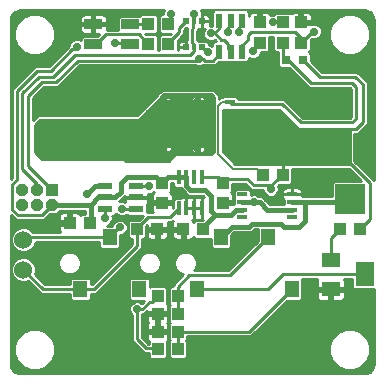
<source format=gtl>
G75*
%MOIN*%
%OFA0B0*%
%FSLAX24Y24*%
%IPPOS*%
%LPD*%
%AMOC8*
5,1,8,0,0,1.08239X$1,22.5*
%
%ADD10R,0.0394X0.0433*%
%ADD11R,0.0157X0.0480*%
%ADD12R,0.0433X0.0394*%
%ADD13R,0.0484X0.0244*%
%ADD14R,0.0244X0.0484*%
%ADD15R,0.0197X0.0197*%
%ADD16R,0.0157X0.0236*%
%ADD17R,0.0323X0.0161*%
%ADD18R,0.1429X0.1599*%
%ADD19R,0.0240X0.0232*%
%ADD20R,0.0201X0.1969*%
%ADD21R,0.0240X0.0079*%
%ADD22R,0.0241X0.0079*%
%ADD23R,0.0085X0.1598*%
%ADD24R,0.0591X0.0354*%
%ADD25R,0.0315X0.0315*%
%ADD26OC8,0.0650*%
%ADD27R,0.0472X0.0551*%
%ADD28R,0.0630X0.0512*%
%ADD29R,0.0630X0.0787*%
%ADD30R,0.0350X0.0165*%
%ADD31R,0.0984X0.0984*%
%ADD32R,0.0396X0.0396*%
%ADD33OC8,0.0396*%
%ADD34C,0.0600*%
%ADD35C,0.0100*%
%ADD36C,0.0290*%
%ADD37C,0.0070*%
%ADD38C,0.0080*%
%ADD39C,0.0450*%
%ADD40C,0.0160*%
D10*
X005565Y006150D03*
X006235Y006150D03*
X006400Y007034D03*
X006400Y007703D03*
X008431Y007703D03*
X008431Y007034D03*
X009753Y007963D03*
X010422Y007963D03*
X012315Y006150D03*
X012985Y006150D03*
X006922Y003931D03*
X006922Y003338D03*
X006922Y002744D03*
X006922Y002150D03*
X006253Y002150D03*
X006253Y002744D03*
X006253Y003338D03*
X006253Y003931D03*
X005940Y012338D03*
X005940Y012994D03*
X006610Y012994D03*
X006610Y012338D03*
D11*
X006954Y007884D03*
X007210Y007884D03*
X007465Y007884D03*
X007721Y007884D03*
X007721Y006853D03*
X007465Y006853D03*
X007210Y006853D03*
X006954Y006853D03*
D12*
X007097Y006150D03*
X007766Y006150D03*
X003985Y006369D03*
X003315Y006369D03*
X009650Y012378D03*
X009650Y013047D03*
X010431Y013047D03*
X011025Y013047D03*
X011025Y012378D03*
X010431Y012378D03*
D13*
X005541Y007587D03*
X005541Y007213D03*
X005541Y006838D03*
X004509Y006838D03*
X004509Y007213D03*
X004509Y007587D03*
D14*
X008307Y012072D03*
X008681Y012072D03*
X009055Y012072D03*
X009055Y013103D03*
X008681Y013103D03*
X008307Y013103D03*
D15*
X007738Y013083D03*
X007187Y013083D03*
X007187Y012217D03*
X007738Y012217D03*
D16*
X007463Y012217D03*
X007463Y013083D03*
D17*
X008656Y010400D03*
X008656Y009900D03*
X008656Y009400D03*
X008656Y008900D03*
D18*
X007273Y009650D03*
D19*
X007588Y008733D03*
X007588Y010567D03*
D20*
X006458Y009650D03*
D21*
X007588Y008850D03*
D22*
X007587Y010450D03*
D23*
X006561Y009650D03*
D24*
X005323Y012315D03*
X005323Y012985D03*
X004102Y012985D03*
X004102Y012315D03*
D25*
X010521Y011806D03*
X011092Y011806D03*
D26*
X012150Y010339D03*
X012150Y008961D03*
X002650Y008961D03*
X002650Y010339D03*
D27*
X004650Y005891D03*
X003666Y004159D03*
X005634Y004159D03*
X007575Y004159D03*
X008363Y005891D03*
X009937Y005891D03*
X010725Y004159D03*
D28*
X012017Y004158D03*
X012017Y005142D03*
D29*
X013158Y004650D03*
D30*
X010730Y006547D03*
X010730Y006803D03*
X010730Y007059D03*
X010730Y007315D03*
X009070Y007315D03*
X009070Y007059D03*
X009070Y006803D03*
X009070Y006547D03*
D31*
X012650Y007150D03*
D32*
X002744Y007463D03*
D33*
X002244Y007463D03*
X002244Y006963D03*
X002744Y006963D03*
X001744Y006963D03*
X001744Y007463D03*
D34*
X001775Y005806D03*
X001775Y004806D03*
D35*
X001438Y001446D02*
X013362Y001446D01*
X013399Y001483D02*
X013317Y001401D01*
X013209Y001356D01*
X013150Y001350D01*
X001650Y001350D01*
X001591Y001356D01*
X001483Y001401D01*
X001401Y001483D01*
X001356Y001591D01*
X001350Y001650D01*
X001350Y006630D01*
X001428Y006552D01*
X001521Y006459D01*
X002466Y006459D01*
X002662Y006655D01*
X002871Y006655D01*
X002989Y006773D01*
X003835Y006773D01*
X003835Y006676D01*
X003723Y006676D01*
X003671Y006624D01*
X003652Y006658D01*
X003624Y006686D01*
X003590Y006705D01*
X003552Y006716D01*
X003364Y006716D01*
X003364Y006417D01*
X003267Y006417D01*
X003267Y006320D01*
X002949Y006320D01*
X002949Y006152D01*
X002959Y006114D01*
X002979Y006080D01*
X003007Y006052D01*
X003008Y006051D01*
X002110Y006051D01*
X002007Y006154D01*
X001857Y006216D01*
X001693Y006216D01*
X001543Y006154D01*
X001427Y006038D01*
X001365Y005888D01*
X001365Y005725D01*
X001427Y005574D01*
X001543Y005459D01*
X001693Y005396D01*
X001857Y005396D01*
X002007Y005459D01*
X002123Y005574D01*
X002185Y005725D01*
X002185Y005731D01*
X004304Y005731D01*
X004304Y005570D01*
X004368Y005506D01*
X004932Y005506D01*
X004996Y005570D01*
X004996Y005958D01*
X005044Y005958D01*
X005138Y005996D01*
X005210Y006068D01*
X005249Y006162D01*
X005249Y006263D01*
X005210Y006357D01*
X005138Y006429D01*
X005044Y006467D01*
X004943Y006467D01*
X004849Y006429D01*
X004778Y006357D01*
X004744Y006277D01*
X004561Y006277D01*
X004638Y006309D01*
X004710Y006381D01*
X004749Y006474D01*
X004749Y006576D01*
X004736Y006606D01*
X004797Y006606D01*
X004861Y006671D01*
X004861Y006672D01*
X004912Y006621D01*
X005006Y006583D01*
X005107Y006583D01*
X005201Y006621D01*
X005219Y006640D01*
X005253Y006606D01*
X005755Y006606D01*
X005625Y006477D01*
X005323Y006477D01*
X005259Y006412D01*
X005259Y005888D01*
X005323Y005823D01*
X005405Y005823D01*
X005405Y005663D01*
X004061Y004319D01*
X004012Y004319D01*
X004012Y004480D01*
X003948Y004544D01*
X003384Y004544D01*
X003320Y004480D01*
X003320Y004319D01*
X002489Y004319D01*
X002155Y004652D01*
X002185Y004725D01*
X002185Y004888D01*
X002123Y005038D01*
X002007Y005154D01*
X001857Y005216D01*
X001693Y005216D01*
X001543Y005154D01*
X001427Y005038D01*
X001365Y004888D01*
X001365Y004725D01*
X001427Y004574D01*
X001543Y004459D01*
X001693Y004396D01*
X001857Y004396D01*
X001929Y004426D01*
X002356Y003999D01*
X003320Y003999D01*
X003320Y003838D01*
X003384Y003773D01*
X003948Y003773D01*
X004012Y003838D01*
X004012Y003999D01*
X004194Y003999D01*
X005632Y005437D01*
X005725Y005530D01*
X005725Y005823D01*
X005808Y005823D01*
X005872Y005888D01*
X005872Y006271D01*
X005888Y006287D01*
X005888Y006198D01*
X006186Y006198D01*
X006186Y006102D01*
X005888Y006102D01*
X005888Y005914D01*
X005898Y005876D01*
X005918Y005841D01*
X005946Y005813D01*
X005980Y005794D01*
X006018Y005783D01*
X006186Y005783D01*
X006186Y006102D01*
X006283Y006102D01*
X006283Y006198D01*
X006581Y006198D01*
X006581Y006386D01*
X006579Y006396D01*
X006723Y006396D01*
X006752Y006425D01*
X006740Y006405D01*
X006730Y006367D01*
X006730Y006198D01*
X007048Y006198D01*
X007048Y006102D01*
X006730Y006102D01*
X006730Y005933D01*
X006740Y005895D01*
X006760Y005861D01*
X006788Y005833D01*
X006822Y005813D01*
X006860Y005803D01*
X007048Y005803D01*
X007048Y006102D01*
X007145Y006102D01*
X007145Y005803D01*
X007333Y005803D01*
X007371Y005813D01*
X007405Y005833D01*
X007433Y005861D01*
X007452Y005894D01*
X007504Y005843D01*
X008016Y005843D01*
X008016Y005570D01*
X008081Y005506D01*
X008644Y005506D01*
X008709Y005570D01*
X008709Y005969D01*
X008794Y006054D01*
X009385Y006054D01*
X009479Y006148D01*
X009591Y006148D01*
X009591Y005771D01*
X008599Y004779D01*
X007469Y004779D01*
X007501Y004811D01*
X007559Y004950D01*
X007559Y005100D01*
X007501Y005239D01*
X007395Y005345D01*
X007257Y005402D01*
X007106Y005402D01*
X006968Y005345D01*
X006862Y005239D01*
X006804Y005100D01*
X006804Y004950D01*
X006862Y004811D01*
X006968Y004705D01*
X007106Y004648D01*
X007109Y004648D01*
X006762Y004301D01*
X006762Y004258D01*
X006680Y004258D01*
X006615Y004193D01*
X006615Y003669D01*
X006650Y003634D01*
X006615Y003600D01*
X006615Y003075D01*
X006650Y003041D01*
X006615Y003006D01*
X006615Y002482D01*
X006650Y002447D01*
X006615Y002412D01*
X006615Y001888D01*
X006680Y001823D01*
X007165Y001823D01*
X007229Y001888D01*
X007229Y002412D01*
X007194Y002447D01*
X007229Y002482D01*
X007229Y002584D01*
X009376Y002584D01*
X010565Y003773D01*
X011007Y003773D01*
X011071Y003838D01*
X011071Y004480D01*
X011061Y004490D01*
X011572Y004490D01*
X011562Y004472D01*
X011552Y004434D01*
X011552Y004208D01*
X011967Y004208D01*
X011967Y004108D01*
X012067Y004108D01*
X012067Y004208D01*
X012482Y004208D01*
X012482Y004434D01*
X012471Y004472D01*
X012461Y004490D01*
X012733Y004490D01*
X012733Y004211D01*
X012798Y004146D01*
X013450Y004146D01*
X013450Y001650D01*
X013444Y001591D01*
X013399Y001483D01*
X013425Y001544D02*
X012996Y001544D01*
X013042Y001563D02*
X012788Y001458D01*
X012512Y001458D01*
X012258Y001563D01*
X012063Y001758D01*
X011958Y002012D01*
X011958Y002288D01*
X012063Y002542D01*
X012258Y002737D01*
X012512Y002842D01*
X012788Y002842D01*
X013042Y002737D01*
X013237Y002542D01*
X013342Y002288D01*
X013342Y002012D01*
X013237Y001758D01*
X013042Y001563D01*
X013121Y001643D02*
X013449Y001643D01*
X013450Y001741D02*
X013220Y001741D01*
X013271Y001840D02*
X013450Y001840D01*
X013450Y001938D02*
X013311Y001938D01*
X013342Y002037D02*
X013450Y002037D01*
X013450Y002135D02*
X013342Y002135D01*
X013342Y002234D02*
X013450Y002234D01*
X013450Y002332D02*
X013324Y002332D01*
X013283Y002431D02*
X013450Y002431D01*
X013450Y002529D02*
X013242Y002529D01*
X013151Y002628D02*
X013450Y002628D01*
X013450Y002726D02*
X013053Y002726D01*
X012830Y002825D02*
X013450Y002825D01*
X013450Y002923D02*
X009715Y002923D01*
X009617Y002825D02*
X012470Y002825D01*
X012247Y002726D02*
X009518Y002726D01*
X009420Y002628D02*
X012149Y002628D01*
X012058Y002529D02*
X007229Y002529D01*
X007211Y002431D02*
X012017Y002431D01*
X011976Y002332D02*
X007229Y002332D01*
X007229Y002234D02*
X011958Y002234D01*
X011958Y002135D02*
X007229Y002135D01*
X007229Y002037D02*
X011958Y002037D01*
X011989Y001938D02*
X007229Y001938D01*
X007181Y001840D02*
X012029Y001840D01*
X012080Y001741D02*
X002720Y001741D01*
X002737Y001758D02*
X002842Y002012D01*
X002842Y002288D01*
X002737Y002542D01*
X002542Y002737D01*
X002288Y002842D01*
X002012Y002842D01*
X001758Y002737D01*
X001563Y002542D01*
X001458Y002288D01*
X001458Y002012D01*
X001563Y001758D01*
X001758Y001563D01*
X002012Y001458D01*
X002288Y001458D01*
X002542Y001563D01*
X002737Y001758D01*
X002771Y001840D02*
X005994Y001840D01*
X006010Y001823D02*
X006495Y001823D01*
X006560Y001888D01*
X006560Y002412D01*
X006553Y002419D01*
X006570Y002435D01*
X006589Y002469D01*
X006600Y002507D01*
X006600Y002695D01*
X006301Y002695D01*
X006301Y002792D01*
X006204Y002792D01*
X006204Y002695D01*
X005906Y002695D01*
X005906Y002507D01*
X005916Y002469D01*
X005936Y002435D01*
X005952Y002419D01*
X005946Y002412D01*
X005946Y002341D01*
X005935Y002341D01*
X005716Y002560D01*
X005716Y003293D01*
X005757Y003334D01*
X005810Y003334D01*
X005904Y003427D01*
X005906Y003430D01*
X005906Y003386D01*
X006204Y003386D01*
X006204Y003289D01*
X005906Y003289D01*
X005906Y003101D01*
X005916Y003063D01*
X005929Y003041D01*
X005916Y003018D01*
X005906Y002980D01*
X005906Y002792D01*
X006204Y002792D01*
X006204Y003110D01*
X006204Y003289D01*
X006301Y003289D01*
X006301Y002792D01*
X006600Y002792D01*
X006600Y002980D01*
X006589Y003018D01*
X006577Y003041D01*
X006589Y003063D01*
X006600Y003101D01*
X006600Y003289D01*
X006301Y003289D01*
X006301Y003386D01*
X006600Y003386D01*
X006600Y003574D01*
X006589Y003612D01*
X006570Y003646D01*
X006553Y003663D01*
X006560Y003669D01*
X006560Y004193D01*
X006495Y004258D01*
X006010Y004258D01*
X005980Y004228D01*
X005980Y004480D01*
X005916Y004544D01*
X005352Y004544D01*
X005288Y004480D01*
X005288Y003838D01*
X005352Y003773D01*
X005797Y003773D01*
X005717Y003693D01*
X005701Y003710D01*
X005607Y003749D01*
X005506Y003749D01*
X005412Y003710D01*
X005340Y003638D01*
X005301Y003544D01*
X005301Y003443D01*
X005340Y003349D01*
X005396Y003293D01*
X005396Y002427D01*
X005490Y002334D01*
X005802Y002021D01*
X005946Y002021D01*
X005946Y001888D01*
X006010Y001823D01*
X005946Y001938D02*
X002811Y001938D01*
X002842Y002037D02*
X005787Y002037D01*
X005689Y002135D02*
X002842Y002135D01*
X002842Y002234D02*
X005590Y002234D01*
X005492Y002332D02*
X002824Y002332D01*
X002783Y002431D02*
X005396Y002431D01*
X005396Y002529D02*
X002742Y002529D01*
X002651Y002628D02*
X005396Y002628D01*
X005396Y002726D02*
X002553Y002726D01*
X002330Y002825D02*
X005396Y002825D01*
X005396Y002923D02*
X001350Y002923D01*
X001350Y002825D02*
X001970Y002825D01*
X001747Y002726D02*
X001350Y002726D01*
X001350Y002628D02*
X001649Y002628D01*
X001558Y002529D02*
X001350Y002529D01*
X001350Y002431D02*
X001517Y002431D01*
X001476Y002332D02*
X001350Y002332D01*
X001350Y002234D02*
X001458Y002234D01*
X001458Y002135D02*
X001350Y002135D01*
X001350Y002037D02*
X001458Y002037D01*
X001489Y001938D02*
X001350Y001938D01*
X001350Y001840D02*
X001529Y001840D01*
X001580Y001741D02*
X001350Y001741D01*
X001351Y001643D02*
X001679Y001643D01*
X001804Y001544D02*
X001375Y001544D01*
X002496Y001544D02*
X012304Y001544D01*
X012179Y001643D02*
X002621Y001643D01*
X001350Y003022D02*
X005396Y003022D01*
X005396Y003120D02*
X001350Y003120D01*
X001350Y003219D02*
X005396Y003219D01*
X005372Y003317D02*
X001350Y003317D01*
X001350Y003416D02*
X005313Y003416D01*
X005301Y003514D02*
X001350Y003514D01*
X001350Y003613D02*
X005329Y003613D01*
X005414Y003711D02*
X001350Y003711D01*
X001350Y003810D02*
X003348Y003810D01*
X003320Y003908D02*
X001350Y003908D01*
X001350Y004007D02*
X002348Y004007D01*
X002250Y004105D02*
X001350Y004105D01*
X001350Y004204D02*
X002151Y004204D01*
X002053Y004302D02*
X001350Y004302D01*
X001350Y004401D02*
X001683Y004401D01*
X001867Y004401D02*
X001954Y004401D01*
X002210Y004598D02*
X004340Y004598D01*
X004438Y004696D02*
X003503Y004696D01*
X003525Y004705D02*
X003631Y004811D01*
X003689Y004950D01*
X003689Y005100D01*
X003631Y005239D01*
X003525Y005345D01*
X003386Y005402D01*
X003236Y005402D01*
X003098Y005345D01*
X002992Y005239D01*
X002934Y005100D01*
X002934Y004950D01*
X002992Y004811D01*
X003098Y004705D01*
X003236Y004648D01*
X003386Y004648D01*
X003525Y004705D01*
X003614Y004795D02*
X004537Y004795D01*
X004635Y004893D02*
X003665Y004893D01*
X003689Y004992D02*
X004734Y004992D01*
X004832Y005090D02*
X003689Y005090D01*
X003652Y005189D02*
X004931Y005189D01*
X005029Y005287D02*
X003583Y005287D01*
X003427Y005386D02*
X005128Y005386D01*
X005226Y005484D02*
X002033Y005484D01*
X002126Y005583D02*
X004304Y005583D01*
X004304Y005681D02*
X002167Y005681D01*
X001860Y005891D02*
X001775Y005806D01*
X001860Y005891D02*
X004650Y005891D01*
X004971Y006213D01*
X004994Y006213D01*
X004791Y006371D02*
X004700Y006371D01*
X004747Y006469D02*
X005315Y006469D01*
X005259Y006371D02*
X005196Y006371D01*
X005245Y006272D02*
X005259Y006272D01*
X005249Y006174D02*
X005259Y006174D01*
X005259Y006075D02*
X005213Y006075D01*
X005259Y005977D02*
X005090Y005977D01*
X004996Y005878D02*
X005268Y005878D01*
X005405Y005780D02*
X004996Y005780D01*
X004996Y005681D02*
X005405Y005681D01*
X005325Y005583D02*
X004996Y005583D01*
X005384Y005189D02*
X005648Y005189D01*
X005669Y005239D02*
X005611Y005100D01*
X005611Y004950D01*
X005669Y004811D01*
X005775Y004705D01*
X005914Y004648D01*
X006064Y004648D01*
X006202Y004705D01*
X006308Y004811D01*
X006366Y004950D01*
X006366Y005100D01*
X006308Y005239D01*
X006202Y005345D01*
X006064Y005402D01*
X005914Y005402D01*
X005775Y005345D01*
X005669Y005239D01*
X005717Y005287D02*
X005482Y005287D01*
X005581Y005386D02*
X005873Y005386D01*
X005679Y005484D02*
X009304Y005484D01*
X009205Y005386D02*
X007297Y005386D01*
X007453Y005287D02*
X009107Y005287D01*
X009008Y005189D02*
X007522Y005189D01*
X007559Y005090D02*
X008910Y005090D01*
X008811Y004992D02*
X007559Y004992D01*
X007535Y004893D02*
X008713Y004893D01*
X008614Y004795D02*
X007484Y004795D01*
X007306Y004619D02*
X008665Y004619D01*
X009937Y005891D01*
X009591Y005878D02*
X008709Y005878D01*
X008709Y005780D02*
X009591Y005780D01*
X009501Y005681D02*
X008709Y005681D01*
X008709Y005583D02*
X009402Y005583D01*
X009591Y005977D02*
X008717Y005977D01*
X008016Y005780D02*
X005725Y005780D01*
X005725Y005681D02*
X008016Y005681D01*
X008016Y005583D02*
X005725Y005583D01*
X005565Y005597D02*
X005565Y006150D01*
X005565Y006190D01*
X005931Y006556D01*
X006657Y006556D01*
X006954Y006853D01*
X006765Y006891D02*
X006747Y006872D01*
X006747Y006986D01*
X006448Y006986D01*
X006448Y007083D01*
X006747Y007083D01*
X006747Y007270D01*
X006737Y007309D01*
X006717Y007343D01*
X006689Y007371D01*
X006656Y007390D01*
X006707Y007441D01*
X006707Y007694D01*
X006765Y007694D01*
X006765Y007599D01*
X006829Y007534D01*
X007020Y007534D01*
X007020Y007512D01*
X007148Y007384D01*
X007259Y007273D01*
X007759Y007273D01*
X007788Y007243D01*
X007721Y007243D01*
X007623Y007243D01*
X007593Y007235D01*
X007564Y007243D01*
X007465Y007243D01*
X007367Y007243D01*
X007338Y007235D01*
X007308Y007243D01*
X007210Y007243D01*
X007210Y006853D01*
X007438Y006853D01*
X007465Y006853D01*
X007210Y006853D01*
X007210Y006853D01*
X007210Y006853D01*
X007210Y007243D01*
X007111Y007243D01*
X007073Y007233D01*
X007039Y007213D01*
X007029Y007203D01*
X006829Y007203D01*
X006765Y007139D01*
X006765Y006891D01*
X006765Y006962D02*
X006747Y006962D01*
X006765Y007060D02*
X006448Y007060D01*
X006352Y007060D02*
X005930Y007060D01*
X005933Y007071D02*
X005933Y007201D01*
X005552Y007201D01*
X005552Y007224D01*
X005933Y007224D01*
X005933Y007333D01*
X006013Y007333D01*
X006107Y007371D01*
X006135Y007399D01*
X006144Y007390D01*
X006111Y007371D01*
X006083Y007343D01*
X006063Y007309D01*
X006053Y007270D01*
X006053Y007083D01*
X006352Y007083D01*
X006352Y006986D01*
X006053Y006986D01*
X006053Y006798D01*
X006063Y006760D01*
X006083Y006725D01*
X006092Y006716D01*
X005893Y006716D01*
X005893Y006988D01*
X005903Y006998D01*
X005923Y007033D01*
X005933Y007071D01*
X005933Y007159D02*
X006053Y007159D01*
X006053Y007257D02*
X005933Y007257D01*
X006069Y007356D02*
X006096Y007356D01*
X005963Y007588D02*
X005542Y007588D01*
X005541Y007587D01*
X005530Y007224D02*
X005149Y007224D01*
X005149Y007255D01*
X005104Y007210D01*
X004973Y007079D01*
X005006Y007092D01*
X005107Y007092D01*
X005149Y007075D01*
X005149Y007201D01*
X005530Y007201D01*
X005530Y007224D01*
X005540Y006838D02*
X005541Y006838D01*
X005540Y006838D02*
X005056Y006838D01*
X004867Y006666D02*
X004857Y006666D01*
X004749Y006568D02*
X005716Y006568D01*
X005893Y006765D02*
X006062Y006765D01*
X006053Y006863D02*
X005893Y006863D01*
X005893Y006962D02*
X006053Y006962D01*
X005888Y006272D02*
X005873Y006272D01*
X005872Y006174D02*
X006186Y006174D01*
X006283Y006174D02*
X007048Y006174D01*
X007048Y006075D02*
X007145Y006075D01*
X007145Y005977D02*
X007048Y005977D01*
X007048Y005878D02*
X007145Y005878D01*
X007443Y005878D02*
X007469Y005878D01*
X007452Y006406D02*
X007433Y006439D01*
X007409Y006463D01*
X007465Y006463D01*
X007465Y006853D01*
X007465Y006853D01*
X007465Y007243D01*
X007465Y006853D01*
X007465Y006853D01*
X007465Y006853D01*
X007465Y006463D01*
X007564Y006463D01*
X007593Y006471D01*
X007623Y006463D01*
X007721Y006463D01*
X007721Y006853D01*
X007465Y006853D01*
X007694Y006853D01*
X007721Y006853D01*
X007721Y006853D01*
X007721Y007243D01*
X007721Y006853D01*
X007721Y006853D01*
X007721Y006853D01*
X007721Y006463D01*
X007748Y006463D01*
X007742Y006457D01*
X007504Y006457D01*
X007452Y006406D01*
X007465Y006469D02*
X007465Y006469D01*
X007465Y006568D02*
X007465Y006568D01*
X007465Y006666D02*
X007465Y006666D01*
X007465Y006765D02*
X007465Y006765D01*
X007465Y006853D02*
X007465Y006853D01*
X007465Y006863D02*
X007465Y006863D01*
X007465Y006962D02*
X007465Y006962D01*
X007465Y007060D02*
X007465Y007060D01*
X007465Y007159D02*
X007465Y007159D01*
X007210Y007159D02*
X007210Y007159D01*
X007210Y007060D02*
X007210Y007060D01*
X007210Y006962D02*
X007210Y006962D01*
X007210Y006863D02*
X007210Y006863D01*
X007176Y007356D02*
X006704Y007356D01*
X006707Y007454D02*
X007077Y007454D01*
X006811Y007553D02*
X006707Y007553D01*
X006707Y007651D02*
X006765Y007651D01*
X006747Y007257D02*
X007774Y007257D01*
X007721Y007159D02*
X007721Y007159D01*
X007721Y007060D02*
X007721Y007060D01*
X007721Y006962D02*
X007721Y006962D01*
X007721Y006863D02*
X007721Y006863D01*
X007721Y006765D02*
X007721Y006765D01*
X007721Y006666D02*
X007721Y006666D01*
X007721Y006568D02*
X007721Y006568D01*
X007721Y006469D02*
X007721Y006469D01*
X007600Y006469D02*
X007587Y006469D01*
X006731Y006371D02*
X006581Y006371D01*
X006581Y006272D02*
X006730Y006272D01*
X006730Y006075D02*
X006581Y006075D01*
X006581Y006102D02*
X006283Y006102D01*
X006283Y005783D01*
X006451Y005783D01*
X006489Y005794D01*
X006524Y005813D01*
X006552Y005841D01*
X006571Y005876D01*
X006581Y005914D01*
X006581Y006102D01*
X006581Y005977D02*
X006730Y005977D01*
X006750Y005878D02*
X006572Y005878D01*
X006283Y005878D02*
X006186Y005878D01*
X006186Y005977D02*
X006283Y005977D01*
X006283Y006075D02*
X006186Y006075D01*
X005888Y006075D02*
X005872Y006075D01*
X005872Y005977D02*
X005888Y005977D01*
X005897Y005878D02*
X005862Y005878D01*
X005565Y005597D02*
X004128Y004159D01*
X003666Y004159D01*
X002422Y004159D01*
X001775Y004806D01*
X001365Y004795D02*
X001350Y004795D01*
X001350Y004893D02*
X001367Y004893D01*
X001350Y004992D02*
X001408Y004992D01*
X001350Y005090D02*
X001479Y005090D01*
X001350Y005189D02*
X001626Y005189D01*
X001350Y005287D02*
X003040Y005287D01*
X002971Y005189D02*
X001924Y005189D01*
X002071Y005090D02*
X002934Y005090D01*
X002934Y004992D02*
X002142Y004992D01*
X002183Y004893D02*
X002958Y004893D01*
X003009Y004795D02*
X002185Y004795D01*
X002173Y004696D02*
X003120Y004696D01*
X003339Y004499D02*
X002309Y004499D01*
X002407Y004401D02*
X003320Y004401D01*
X003993Y004499D02*
X004241Y004499D01*
X004143Y004401D02*
X004012Y004401D01*
X004300Y004105D02*
X005288Y004105D01*
X005288Y004007D02*
X004202Y004007D01*
X004012Y003908D02*
X005288Y003908D01*
X005316Y003810D02*
X003984Y003810D01*
X004399Y004204D02*
X005288Y004204D01*
X005288Y004302D02*
X004497Y004302D01*
X004596Y004401D02*
X005288Y004401D01*
X005307Y004499D02*
X004694Y004499D01*
X004793Y004598D02*
X007059Y004598D01*
X006990Y004696D02*
X006180Y004696D01*
X006291Y004795D02*
X006879Y004795D01*
X006828Y004893D02*
X006342Y004893D01*
X006366Y004992D02*
X006804Y004992D01*
X006804Y005090D02*
X006366Y005090D01*
X006329Y005189D02*
X006841Y005189D01*
X006910Y005287D02*
X006260Y005287D01*
X006104Y005386D02*
X007066Y005386D01*
X007306Y004619D02*
X006922Y004235D01*
X006922Y003931D01*
X006922Y003338D01*
X006615Y003317D02*
X006301Y003317D01*
X006204Y003317D02*
X005740Y003317D01*
X005716Y003219D02*
X005906Y003219D01*
X005906Y003120D02*
X005716Y003120D01*
X005716Y003022D02*
X005918Y003022D01*
X005906Y002923D02*
X005716Y002923D01*
X005716Y002825D02*
X005906Y002825D01*
X005716Y002726D02*
X006204Y002726D01*
X006301Y002726D02*
X006615Y002726D01*
X006615Y002628D02*
X006600Y002628D01*
X006600Y002529D02*
X006615Y002529D01*
X006634Y002431D02*
X006565Y002431D01*
X006560Y002332D02*
X006615Y002332D01*
X006615Y002234D02*
X006560Y002234D01*
X006560Y002135D02*
X006615Y002135D01*
X006615Y002037D02*
X006560Y002037D01*
X006560Y001938D02*
X006615Y001938D01*
X006664Y001840D02*
X006511Y001840D01*
X006253Y002150D02*
X006222Y002181D01*
X005869Y002181D01*
X005556Y002494D01*
X005556Y003494D01*
X005744Y003494D01*
X005994Y003744D01*
X006065Y003744D01*
X006253Y003931D01*
X006560Y003908D02*
X006615Y003908D01*
X006615Y003810D02*
X006560Y003810D01*
X006560Y003711D02*
X006615Y003711D01*
X006628Y003613D02*
X006589Y003613D01*
X006600Y003514D02*
X006615Y003514D01*
X006615Y003416D02*
X006600Y003416D01*
X006600Y003219D02*
X006615Y003219D01*
X006615Y003120D02*
X006600Y003120D01*
X006588Y003022D02*
X006631Y003022D01*
X006615Y002923D02*
X006600Y002923D01*
X006600Y002825D02*
X006615Y002825D01*
X006301Y002825D02*
X006204Y002825D01*
X006204Y002923D02*
X006301Y002923D01*
X006301Y003022D02*
X006204Y003022D01*
X006204Y003120D02*
X006301Y003120D01*
X006301Y003219D02*
X006204Y003219D01*
X005906Y003416D02*
X005892Y003416D01*
X005735Y003711D02*
X005698Y003711D01*
X005980Y004302D02*
X006763Y004302D01*
X006862Y004401D02*
X005980Y004401D01*
X005961Y004499D02*
X006960Y004499D01*
X006625Y004204D02*
X006550Y004204D01*
X006560Y004105D02*
X006615Y004105D01*
X006615Y004007D02*
X006560Y004007D01*
X005797Y004696D02*
X004891Y004696D01*
X004990Y004795D02*
X005686Y004795D01*
X005635Y004893D02*
X005088Y004893D01*
X005187Y004992D02*
X005611Y004992D01*
X005611Y005090D02*
X005285Y005090D01*
X004494Y006525D02*
X004494Y006823D01*
X004509Y006838D01*
X005052Y007159D02*
X005149Y007159D01*
X005181Y008431D02*
X005119Y008494D01*
X002400Y008494D01*
X002150Y008744D01*
X002150Y009619D01*
X002338Y009806D01*
X005619Y009806D01*
X006463Y010650D01*
X008025Y010650D01*
X008119Y010556D01*
X008119Y008744D01*
X008025Y008650D01*
X006838Y008650D01*
X006619Y008431D01*
X005181Y008431D01*
X005173Y008439D02*
X006627Y008439D01*
X006725Y008538D02*
X002356Y008538D01*
X002258Y008636D02*
X006824Y008636D01*
X006714Y008805D02*
X006714Y010495D01*
X006649Y010559D01*
X006473Y010559D01*
X006409Y010495D01*
X006409Y008805D01*
X006473Y008741D01*
X006649Y008741D01*
X006714Y008805D01*
X006714Y008833D02*
X007357Y008833D01*
X007357Y008765D02*
X007357Y008935D01*
X007422Y009000D01*
X007753Y009000D01*
X007818Y008935D01*
X007818Y008765D01*
X007753Y008701D01*
X007422Y008701D01*
X007357Y008765D01*
X007388Y008735D02*
X002159Y008735D01*
X002150Y008833D02*
X006409Y008833D01*
X006409Y008932D02*
X002150Y008932D01*
X002150Y009030D02*
X006409Y009030D01*
X006409Y009129D02*
X002150Y009129D01*
X002150Y009227D02*
X006409Y009227D01*
X006409Y009326D02*
X002150Y009326D01*
X002150Y009424D02*
X006409Y009424D01*
X006409Y009523D02*
X002150Y009523D01*
X002152Y009621D02*
X006409Y009621D01*
X006409Y009720D02*
X002251Y009720D01*
X002150Y009845D02*
X002178Y009873D01*
X002091Y009786D01*
X002091Y010521D01*
X002466Y010896D01*
X002935Y010896D01*
X003654Y011615D01*
X007490Y011615D01*
X007568Y011583D01*
X007669Y011583D01*
X007763Y011621D01*
X007764Y011622D01*
X007771Y011615D01*
X008154Y011615D01*
X008247Y011709D01*
X008258Y011720D01*
X008475Y011720D01*
X008494Y011739D01*
X008514Y011720D01*
X008849Y011720D01*
X008868Y011739D01*
X008888Y011720D01*
X009223Y011720D01*
X009287Y011784D01*
X009287Y011871D01*
X009381Y011833D01*
X009482Y011833D01*
X009576Y011871D01*
X009647Y011943D01*
X009686Y012037D01*
X009686Y012071D01*
X009912Y012071D01*
X009977Y012135D01*
X009977Y012553D01*
X010105Y012553D01*
X010105Y012135D01*
X010169Y012071D01*
X010271Y012071D01*
X010271Y012027D01*
X010253Y012009D01*
X010253Y011603D01*
X010318Y011539D01*
X010629Y011539D01*
X011209Y010959D01*
X011302Y010865D01*
X012677Y010865D01*
X012709Y010834D01*
X012709Y009904D01*
X012677Y009872D01*
X011178Y009872D01*
X010494Y010556D01*
X008898Y010556D01*
X008863Y010591D01*
X008449Y010591D01*
X008409Y010550D01*
X008338Y010550D01*
X008279Y010491D01*
X008279Y010623D01*
X008185Y010716D01*
X008091Y010810D01*
X006396Y010810D01*
X006330Y010744D01*
X006312Y010744D01*
X006247Y010680D01*
X006247Y010661D01*
X005552Y009966D01*
X002949Y009966D01*
X003125Y010142D01*
X003125Y010289D01*
X002700Y010289D01*
X002700Y010389D01*
X002600Y010389D01*
X002600Y010814D01*
X002453Y010814D01*
X002175Y010536D01*
X002175Y010389D01*
X002600Y010389D01*
X002600Y010289D01*
X002175Y010289D01*
X002175Y010142D01*
X002351Y009966D01*
X002271Y009966D01*
X002178Y009873D01*
X002271Y009966D01*
X005466Y009966D01*
X006369Y010869D01*
X008181Y010869D01*
X008459Y010591D01*
X008863Y010591D01*
X008928Y010526D01*
X008928Y010497D01*
X010466Y010497D01*
X011091Y009872D01*
X011945Y009872D01*
X011675Y010142D01*
X011675Y010289D01*
X012100Y010289D01*
X012100Y010389D01*
X012100Y010814D01*
X011953Y010814D01*
X011675Y010536D01*
X011675Y010389D01*
X012100Y010389D01*
X012200Y010389D01*
X012200Y010814D01*
X012347Y010814D01*
X012625Y010536D01*
X012625Y010389D01*
X012200Y010389D01*
X012200Y010289D01*
X012625Y010289D01*
X012625Y010142D01*
X012355Y009872D01*
X012677Y009872D01*
X012709Y009904D01*
X012709Y009925D01*
X012650Y010806D01*
X011400Y010806D01*
X011341Y010865D01*
X011302Y010865D01*
X011209Y010959D01*
X010629Y011539D01*
X010318Y011539D01*
X010269Y011588D01*
X007682Y011588D01*
X007669Y011583D01*
X007568Y011583D01*
X007556Y011588D01*
X003626Y011588D01*
X003029Y010990D01*
X002935Y010896D01*
X002466Y010896D01*
X002150Y010580D01*
X002150Y009845D01*
X002123Y009818D02*
X002091Y009818D01*
X002091Y009917D02*
X002221Y009917D01*
X002150Y009917D01*
X002150Y010015D02*
X005515Y010015D01*
X005601Y010015D02*
X002998Y010015D01*
X003096Y010114D02*
X005700Y010114D01*
X005614Y010114D02*
X002150Y010114D01*
X002204Y010114D02*
X002091Y010114D01*
X002091Y010212D02*
X002175Y010212D01*
X002150Y010212D02*
X005712Y010212D01*
X005798Y010212D02*
X003125Y010212D01*
X003125Y010389D02*
X003125Y010536D01*
X002847Y010814D01*
X002700Y010814D01*
X002700Y010389D01*
X003125Y010389D01*
X003125Y010409D02*
X005995Y010409D01*
X005909Y010409D02*
X002150Y010409D01*
X002175Y010409D02*
X002091Y010409D01*
X002091Y010311D02*
X002600Y010311D01*
X002600Y010409D02*
X002700Y010409D01*
X002700Y010311D02*
X005897Y010311D01*
X005811Y010311D02*
X002150Y010311D01*
X002150Y010508D02*
X006008Y010508D01*
X006094Y010508D02*
X003125Y010508D01*
X003054Y010606D02*
X006192Y010606D01*
X006106Y010606D02*
X002176Y010606D01*
X002246Y010606D01*
X002275Y010705D02*
X002344Y010705D01*
X002275Y010705D02*
X006205Y010705D01*
X006272Y010705D02*
X002956Y010705D01*
X002857Y010803D02*
X006389Y010803D01*
X006303Y010803D02*
X002373Y010803D01*
X002443Y010803D01*
X002600Y010803D02*
X002700Y010803D01*
X002700Y010705D02*
X002600Y010705D01*
X002600Y010606D02*
X002700Y010606D01*
X002700Y010508D02*
X002600Y010508D01*
X002940Y010902D02*
X011266Y010902D01*
X002940Y010902D01*
X003039Y011000D02*
X011167Y011000D01*
X003039Y011000D01*
X003137Y011099D02*
X011069Y011099D01*
X003137Y011099D01*
X003236Y011197D02*
X010970Y011197D01*
X003236Y011197D01*
X003334Y011296D02*
X010872Y011296D01*
X003334Y011296D01*
X003433Y011394D02*
X010773Y011394D01*
X003433Y011394D01*
X003531Y011493D02*
X010675Y011493D01*
X003531Y011493D01*
X003630Y011591D02*
X007547Y011591D01*
X007690Y011591D02*
X010266Y011591D01*
X010253Y011690D02*
X008228Y011690D01*
X008088Y011775D02*
X008276Y011963D01*
X008307Y012072D01*
X008075Y012273D02*
X008075Y012359D01*
X008140Y012424D01*
X008181Y012424D01*
X008149Y012456D01*
X008076Y012426D01*
X007974Y012426D01*
X007881Y012465D01*
X007809Y012537D01*
X007770Y012631D01*
X007770Y012732D01*
X007809Y012826D01*
X007818Y012835D01*
X007738Y012835D01*
X007738Y013083D01*
X007738Y013083D01*
X007738Y012835D01*
X007620Y012835D01*
X007591Y012842D01*
X007591Y012802D01*
X007560Y012771D01*
X007560Y012445D01*
X007587Y012445D01*
X007606Y012425D01*
X007882Y012425D01*
X007947Y012361D01*
X007947Y012311D01*
X007982Y012311D01*
X008075Y012273D01*
X008075Y012281D02*
X008056Y012281D01*
X008095Y012379D02*
X007928Y012379D01*
X007868Y012478D02*
X007560Y012478D01*
X007560Y012576D02*
X007793Y012576D01*
X007770Y012675D02*
X007560Y012675D01*
X007562Y012773D02*
X007787Y012773D01*
X007738Y012872D02*
X007738Y012872D01*
X007738Y012970D02*
X007738Y012970D01*
X007738Y013069D02*
X007738Y013069D01*
X007738Y013083D02*
X007738Y013083D01*
X007738Y013331D01*
X007717Y013331D01*
X007717Y013388D01*
X007692Y013450D01*
X008134Y013450D01*
X008075Y013391D01*
X008075Y012936D01*
X007979Y012936D01*
X007987Y012965D01*
X007987Y013083D01*
X007738Y013083D01*
X007738Y013083D01*
X007738Y013331D01*
X007856Y013331D01*
X007894Y013321D01*
X007929Y013302D01*
X007957Y013274D01*
X007976Y013239D01*
X007987Y013201D01*
X007987Y013083D01*
X007738Y013083D01*
X007738Y013167D02*
X007738Y013167D01*
X007738Y013266D02*
X007738Y013266D01*
X007717Y013364D02*
X008075Y013364D01*
X008075Y013266D02*
X007961Y013266D01*
X007987Y013167D02*
X008075Y013167D01*
X008075Y013069D02*
X007987Y013069D01*
X007987Y012970D02*
X008075Y012970D01*
X008307Y012870D02*
X008150Y012681D01*
X008369Y012463D01*
X008463Y012463D01*
X008588Y012338D01*
X008588Y012197D01*
X008681Y012072D01*
X009055Y012072D02*
X009024Y012305D01*
X009055Y012274D02*
X009055Y012072D01*
X009055Y012274D02*
X009275Y012494D01*
X009275Y012619D01*
X009369Y012713D01*
X010838Y012713D01*
X011025Y012525D01*
X011025Y012378D01*
X011391Y012744D01*
X011463Y012744D01*
X011655Y012576D02*
X011958Y012576D01*
X011958Y012512D02*
X012063Y012258D01*
X012258Y012063D01*
X012512Y011958D01*
X012788Y011958D01*
X013042Y012063D01*
X013237Y012258D01*
X013342Y012512D01*
X013342Y012788D01*
X013237Y013042D01*
X013042Y013237D01*
X012788Y013342D01*
X012512Y013342D01*
X012258Y013237D01*
X012063Y013042D01*
X011958Y012788D01*
X011958Y012512D01*
X011972Y012478D02*
X011352Y012478D01*
X011377Y012503D01*
X011412Y012489D01*
X011513Y012489D01*
X011607Y012528D01*
X011679Y012599D01*
X011717Y012693D01*
X011717Y012794D01*
X011679Y012888D01*
X011607Y012960D01*
X011513Y012999D01*
X011412Y012999D01*
X011392Y012990D01*
X011392Y012999D01*
X011073Y012999D01*
X011073Y013096D01*
X010977Y013096D01*
X010977Y013394D01*
X010789Y013394D01*
X010751Y013384D01*
X010716Y013364D01*
X010700Y013348D01*
X010693Y013354D01*
X010169Y013354D01*
X010126Y013311D01*
X010037Y013311D01*
X010007Y013299D01*
X010006Y013302D01*
X009987Y013336D01*
X009959Y013364D01*
X009924Y013384D01*
X009886Y013394D01*
X009698Y013394D01*
X009698Y013096D01*
X009602Y013096D01*
X009602Y013394D01*
X009414Y013394D01*
X009376Y013384D01*
X009341Y013364D01*
X009313Y013336D01*
X009294Y013302D01*
X009287Y013278D01*
X009287Y013391D01*
X009228Y013450D01*
X013150Y013450D01*
X013209Y013444D01*
X013317Y013399D01*
X013399Y013317D01*
X013444Y013209D01*
X013450Y013150D01*
X013450Y007795D01*
X012810Y008435D01*
X012810Y009334D01*
X012935Y009334D01*
X013029Y009427D01*
X013247Y009646D01*
X013247Y011060D01*
X013154Y011154D01*
X012904Y011404D01*
X011720Y011404D01*
X011359Y011765D01*
X011359Y012009D01*
X011295Y012074D01*
X011290Y012074D01*
X011352Y012135D01*
X011352Y012478D01*
X011352Y012379D02*
X012013Y012379D01*
X012054Y012281D02*
X011352Y012281D01*
X011352Y012182D02*
X012139Y012182D01*
X012238Y012084D02*
X011300Y012084D01*
X011359Y011985D02*
X012447Y011985D01*
X012853Y011985D02*
X013450Y011985D01*
X013450Y011887D02*
X011359Y011887D01*
X011359Y011788D02*
X013450Y011788D01*
X013450Y011690D02*
X011435Y011690D01*
X011533Y011591D02*
X013450Y011591D01*
X013450Y011493D02*
X011632Y011493D01*
X011654Y011244D02*
X012838Y011244D01*
X013088Y010994D01*
X013088Y009713D01*
X012869Y009494D01*
X012588Y009494D01*
X012150Y009056D01*
X012150Y008961D01*
X012150Y008869D01*
X013338Y007681D01*
X013338Y006503D01*
X012985Y006150D01*
X012315Y006150D02*
X012017Y005851D01*
X012017Y005142D01*
X012482Y004401D02*
X012733Y004401D01*
X012733Y004302D02*
X012482Y004302D01*
X012482Y004108D02*
X012067Y004108D01*
X012067Y003752D01*
X012351Y003752D01*
X012389Y003762D01*
X012424Y003782D01*
X012452Y003810D01*
X012471Y003844D01*
X012482Y003882D01*
X012482Y004108D01*
X012482Y004105D02*
X013450Y004105D01*
X013450Y004007D02*
X012482Y004007D01*
X012482Y003908D02*
X013450Y003908D01*
X013450Y003810D02*
X012451Y003810D01*
X012741Y004204D02*
X012067Y004204D01*
X012067Y004105D02*
X011967Y004105D01*
X011967Y004108D02*
X011967Y003752D01*
X011682Y003752D01*
X011644Y003762D01*
X011610Y003782D01*
X011582Y003810D01*
X011562Y003844D01*
X011552Y003882D01*
X011552Y004108D01*
X011967Y004108D01*
X011967Y004204D02*
X011071Y004204D01*
X011071Y004302D02*
X011552Y004302D01*
X011552Y004401D02*
X011071Y004401D01*
X011071Y004105D02*
X011552Y004105D01*
X011552Y004007D02*
X011071Y004007D01*
X011071Y003908D02*
X011552Y003908D01*
X011582Y003810D02*
X011043Y003810D01*
X010725Y004159D02*
X009310Y002744D01*
X006922Y002744D01*
X006922Y002150D01*
X005941Y002431D02*
X005846Y002431D01*
X005906Y002529D02*
X005747Y002529D01*
X005716Y002628D02*
X005906Y002628D01*
X007575Y004159D02*
X009940Y004159D01*
X010431Y004650D01*
X013158Y004650D01*
X013450Y003711D02*
X010503Y003711D01*
X010405Y003613D02*
X013450Y003613D01*
X013450Y003514D02*
X010306Y003514D01*
X010208Y003416D02*
X013450Y003416D01*
X013450Y003317D02*
X010109Y003317D01*
X010011Y003219D02*
X013450Y003219D01*
X013450Y003120D02*
X009912Y003120D01*
X009814Y003022D02*
X013450Y003022D01*
X012067Y003810D02*
X011967Y003810D01*
X011967Y003908D02*
X012067Y003908D01*
X012067Y004007D02*
X011967Y004007D01*
X009591Y006075D02*
X009406Y006075D01*
X009982Y006993D02*
X009837Y007138D01*
X009726Y007249D01*
X009633Y007249D01*
X009607Y007275D01*
X009513Y007314D01*
X009412Y007314D01*
X009355Y007291D01*
X009355Y007443D01*
X009291Y007508D01*
X008850Y007508D01*
X008785Y007443D01*
X008785Y006992D01*
X008778Y006984D01*
X008778Y006986D01*
X008480Y006986D01*
X008480Y007083D01*
X008778Y007083D01*
X008778Y007270D01*
X008768Y007309D01*
X008748Y007343D01*
X008720Y007371D01*
X008687Y007390D01*
X008738Y007441D01*
X008738Y007678D01*
X009177Y007678D01*
X009396Y007459D01*
X009770Y007459D01*
X009770Y007443D01*
X009809Y007349D01*
X009881Y007278D01*
X009974Y007239D01*
X010076Y007239D01*
X010169Y007278D01*
X010241Y007349D01*
X010280Y007443D01*
X010280Y007544D01*
X010253Y007610D01*
X010284Y007636D01*
X010665Y007636D01*
X010729Y007700D01*
X010729Y008178D01*
X012615Y008178D01*
X013040Y007752D01*
X012112Y007752D01*
X012048Y007688D01*
X012048Y007249D01*
X011071Y007249D01*
X011055Y007249D01*
X011055Y007315D01*
X010730Y007315D01*
X010730Y007315D01*
X011055Y007315D01*
X011055Y007418D01*
X011044Y007456D01*
X011025Y007490D01*
X010997Y007518D01*
X010962Y007538D01*
X010924Y007548D01*
X010730Y007548D01*
X010730Y007315D01*
X010730Y007315D01*
X010730Y007548D01*
X010535Y007548D01*
X010497Y007538D01*
X010462Y007518D01*
X010434Y007490D01*
X010415Y007456D01*
X010405Y007418D01*
X010405Y007315D01*
X010405Y007213D01*
X010415Y007175D01*
X010434Y007140D01*
X010445Y007130D01*
X010445Y006993D01*
X009982Y006993D01*
X009915Y007060D02*
X010445Y007060D01*
X010424Y007159D02*
X009816Y007159D01*
X009930Y007257D02*
X009625Y007257D01*
X009806Y007356D02*
X009355Y007356D01*
X009345Y007454D02*
X009770Y007454D01*
X010016Y007503D02*
X010016Y007619D01*
X009463Y007619D01*
X009244Y007838D01*
X008588Y007838D01*
X008453Y007703D01*
X008431Y007703D01*
X008250Y007884D01*
X007721Y007884D01*
X007787Y008735D02*
X008110Y008735D01*
X008119Y008833D02*
X007818Y008833D01*
X007818Y008932D02*
X008119Y008932D01*
X008119Y009030D02*
X006714Y009030D01*
X006714Y008932D02*
X007357Y008932D01*
X007273Y009048D02*
X007273Y009650D01*
X007273Y010252D01*
X007588Y010567D01*
X007753Y010599D02*
X007421Y010599D01*
X007357Y010535D01*
X007357Y010365D01*
X007421Y010300D01*
X007753Y010300D01*
X007818Y010365D01*
X007818Y010535D01*
X007753Y010599D01*
X007818Y010508D02*
X008119Y010508D01*
X008119Y010409D02*
X007818Y010409D01*
X007763Y010311D02*
X008119Y010311D01*
X008119Y010212D02*
X006714Y010212D01*
X006714Y010114D02*
X008119Y010114D01*
X008119Y010015D02*
X006714Y010015D01*
X006714Y009917D02*
X008119Y009917D01*
X008119Y009818D02*
X006714Y009818D01*
X006714Y009720D02*
X008119Y009720D01*
X008119Y009621D02*
X006714Y009621D01*
X006714Y009523D02*
X008119Y009523D01*
X008119Y009424D02*
X006714Y009424D01*
X006714Y009326D02*
X008119Y009326D01*
X008119Y009227D02*
X006714Y009227D01*
X006714Y009129D02*
X008119Y009129D01*
X008425Y009129D02*
X012650Y009129D01*
X012650Y009227D02*
X008425Y009227D01*
X008425Y009326D02*
X012650Y009326D01*
X012650Y009424D02*
X008425Y009424D01*
X008425Y009523D02*
X010902Y009523D01*
X010931Y009494D02*
X010306Y010119D01*
X008425Y010119D01*
X008425Y008750D01*
X008838Y008338D01*
X012650Y008338D01*
X012650Y009494D01*
X010931Y009494D01*
X010804Y009621D02*
X008425Y009621D01*
X008425Y009720D02*
X010705Y009720D01*
X010607Y009818D02*
X008425Y009818D01*
X008425Y009917D02*
X010508Y009917D01*
X010410Y010015D02*
X008425Y010015D01*
X008425Y010114D02*
X010311Y010114D01*
X010400Y010338D02*
X011025Y009713D01*
X012744Y009713D01*
X012869Y009838D01*
X012869Y010900D01*
X012744Y011025D01*
X011369Y011025D01*
X010588Y011806D01*
X010521Y011806D01*
X010431Y011927D01*
X010431Y012378D01*
X010105Y012379D02*
X009977Y012379D01*
X009977Y012281D02*
X010105Y012281D01*
X010105Y012182D02*
X009977Y012182D01*
X009925Y012084D02*
X010157Y012084D01*
X010253Y011985D02*
X009665Y011985D01*
X009591Y011887D02*
X010253Y011887D01*
X010253Y011788D02*
X009287Y011788D01*
X009431Y012088D02*
X009463Y012190D01*
X009650Y012378D01*
X009977Y012478D02*
X010105Y012478D01*
X010088Y013056D02*
X010378Y013056D01*
X010431Y013047D01*
X010716Y013364D02*
X009959Y013364D01*
X009698Y013364D02*
X009602Y013364D01*
X009602Y013266D02*
X009698Y013266D01*
X009698Y013167D02*
X009602Y013167D01*
X009341Y013364D02*
X009287Y013364D01*
X009055Y013103D02*
X009056Y012977D01*
X008963Y012884D01*
X008963Y012713D01*
X008588Y012713D02*
X008588Y012900D01*
X008681Y012994D01*
X008681Y013103D01*
X008307Y013103D02*
X008307Y012870D01*
X008150Y012681D02*
X008025Y012681D01*
X007738Y012217D02*
X007899Y012056D01*
X007931Y012056D01*
X007775Y011838D02*
X007619Y011838D01*
X007556Y011775D01*
X003588Y011775D01*
X002869Y011056D01*
X002400Y011056D01*
X001931Y010588D01*
X001931Y008275D01*
X002744Y007463D01*
X002244Y007463D02*
X002244Y007650D01*
X001744Y008150D01*
X001744Y010681D01*
X002306Y011244D01*
X002775Y011244D01*
X003494Y011963D01*
X007338Y011963D01*
X007463Y012088D01*
X007463Y012217D01*
X007463Y012306D01*
X007400Y012369D01*
X007400Y012838D01*
X007431Y012869D01*
X007431Y013052D01*
X007463Y013083D01*
X007463Y013338D01*
X007187Y013083D02*
X006963Y012859D01*
X006963Y012713D01*
X006610Y012360D01*
X006610Y012338D01*
X006916Y012379D02*
X006952Y012379D01*
X006949Y012373D02*
X006938Y012335D01*
X006938Y012217D01*
X007187Y012217D01*
X007187Y012217D01*
X007187Y012465D01*
X007240Y012465D01*
X007240Y012875D01*
X007205Y012875D01*
X007122Y012792D01*
X007122Y012646D01*
X007029Y012553D01*
X006916Y012440D01*
X006916Y012122D01*
X006938Y012122D01*
X006938Y012217D01*
X007187Y012217D01*
X007187Y012465D01*
X007069Y012465D01*
X007031Y012455D01*
X006996Y012435D01*
X006968Y012407D01*
X006949Y012373D01*
X006938Y012281D02*
X006916Y012281D01*
X006916Y012182D02*
X006938Y012182D01*
X006954Y012478D02*
X007240Y012478D01*
X007240Y012576D02*
X007052Y012576D01*
X007122Y012675D02*
X007240Y012675D01*
X007240Y012773D02*
X007122Y012773D01*
X007202Y012872D02*
X007240Y012872D01*
X007187Y012379D02*
X007187Y012379D01*
X007187Y012281D02*
X007187Y012281D01*
X007187Y012217D02*
X007187Y012217D01*
X006691Y012667D02*
X006688Y012664D01*
X006367Y012664D01*
X006303Y012600D01*
X006303Y012122D01*
X006247Y012122D01*
X006247Y012600D01*
X006183Y012664D01*
X005840Y012664D01*
X005837Y012667D01*
X006183Y012667D01*
X006247Y012732D01*
X006247Y013256D01*
X006183Y013320D01*
X005698Y013320D01*
X005649Y013272D01*
X004982Y013272D01*
X004917Y013207D01*
X004917Y012810D01*
X004548Y012810D01*
X004548Y012946D01*
X004141Y012946D01*
X004141Y013023D01*
X004548Y013023D01*
X004548Y013182D01*
X004537Y013220D01*
X004518Y013254D01*
X004490Y013282D01*
X004455Y013302D01*
X004417Y013312D01*
X004141Y013312D01*
X004141Y013023D01*
X004064Y013023D01*
X004064Y012946D01*
X004141Y012946D01*
X004141Y012657D01*
X004306Y012657D01*
X004251Y012603D01*
X003761Y012603D01*
X003697Y012538D01*
X003697Y012461D01*
X003607Y012499D01*
X003506Y012499D01*
X003412Y012460D01*
X003340Y012388D01*
X003301Y012294D01*
X003301Y012278D01*
X002615Y011591D01*
X002146Y011591D01*
X001350Y011591D01*
X001350Y011493D02*
X002048Y011493D01*
X002146Y011591D02*
X001490Y010935D01*
X001396Y010841D01*
X001396Y007873D01*
X001350Y007826D01*
X001350Y013150D01*
X001356Y013209D01*
X001401Y013317D01*
X001483Y013399D01*
X001591Y013444D01*
X001650Y013450D01*
X006452Y013450D01*
X006426Y013388D01*
X006426Y013320D01*
X006367Y013320D01*
X006303Y013256D01*
X006303Y012732D01*
X006367Y012667D01*
X006691Y012667D01*
X006681Y012972D02*
X006610Y012994D01*
X006681Y012972D02*
X006681Y013338D01*
X006426Y013364D02*
X001448Y013364D01*
X001379Y013266D02*
X001827Y013266D01*
X001758Y013237D02*
X001563Y013042D01*
X001458Y012788D01*
X001458Y012512D01*
X001563Y012258D01*
X001758Y012063D01*
X002012Y011958D01*
X002288Y011958D01*
X002542Y012063D01*
X002737Y012258D01*
X002842Y012512D01*
X002842Y012788D01*
X002737Y013042D01*
X002542Y013237D01*
X002288Y013342D01*
X002012Y013342D01*
X001758Y013237D01*
X001688Y013167D02*
X001352Y013167D01*
X001350Y013069D02*
X001590Y013069D01*
X001533Y012970D02*
X001350Y012970D01*
X001350Y012872D02*
X001493Y012872D01*
X001458Y012773D02*
X001350Y012773D01*
X001350Y012675D02*
X001458Y012675D01*
X001458Y012576D02*
X001350Y012576D01*
X001350Y012478D02*
X001472Y012478D01*
X001513Y012379D02*
X001350Y012379D01*
X001350Y012281D02*
X001554Y012281D01*
X001639Y012182D02*
X001350Y012182D01*
X001350Y012084D02*
X001738Y012084D01*
X001947Y011985D02*
X001350Y011985D01*
X001350Y011887D02*
X002910Y011887D01*
X003009Y011985D02*
X002353Y011985D01*
X002562Y012084D02*
X003107Y012084D01*
X003206Y012182D02*
X002661Y012182D01*
X002746Y012281D02*
X003301Y012281D01*
X003336Y012379D02*
X002787Y012379D01*
X002828Y012478D02*
X003454Y012478D01*
X003658Y012478D02*
X003697Y012478D01*
X003735Y012576D02*
X002842Y012576D01*
X002842Y012675D02*
X003737Y012675D01*
X003749Y012668D02*
X003787Y012657D01*
X004064Y012657D01*
X004064Y012946D01*
X003657Y012946D01*
X003657Y012788D01*
X003667Y012750D01*
X003687Y012715D01*
X003715Y012687D01*
X003749Y012668D01*
X003661Y012773D02*
X002842Y012773D01*
X002807Y012872D02*
X003657Y012872D01*
X003657Y013023D02*
X004064Y013023D01*
X004064Y013312D01*
X003787Y013312D01*
X003749Y013302D01*
X003715Y013282D01*
X003687Y013254D01*
X003667Y013220D01*
X003657Y013182D01*
X003657Y013023D01*
X003657Y013069D02*
X002710Y013069D01*
X002767Y012970D02*
X004064Y012970D01*
X004141Y012970D02*
X004917Y012970D01*
X004917Y012872D02*
X004548Y012872D01*
X004548Y013069D02*
X004917Y013069D01*
X004917Y013167D02*
X004548Y013167D01*
X004506Y013266D02*
X004976Y013266D01*
X005323Y012985D02*
X005981Y012985D01*
X005940Y012994D01*
X006247Y012970D02*
X006303Y012970D01*
X006303Y012872D02*
X006247Y012872D01*
X006247Y012773D02*
X006303Y012773D01*
X006360Y012675D02*
X006190Y012675D01*
X006247Y012576D02*
X006303Y012576D01*
X006303Y012478D02*
X006247Y012478D01*
X006247Y012379D02*
X006303Y012379D01*
X006303Y012281D02*
X006247Y012281D01*
X006247Y012182D02*
X006303Y012182D01*
X005940Y012338D02*
X005628Y012650D01*
X004525Y012650D01*
X004190Y012315D01*
X004102Y012315D01*
X004064Y012675D02*
X004141Y012675D01*
X004141Y012773D02*
X004064Y012773D01*
X004064Y012872D02*
X004141Y012872D01*
X004141Y013069D02*
X004064Y013069D01*
X004064Y013167D02*
X004141Y013167D01*
X004141Y013266D02*
X004064Y013266D01*
X003699Y013266D02*
X002473Y013266D01*
X002612Y013167D02*
X003657Y013167D01*
X003556Y012244D02*
X003463Y012150D01*
X003400Y012150D01*
X002681Y011431D01*
X002213Y011431D01*
X001556Y010775D01*
X001556Y007806D01*
X001400Y007650D01*
X001400Y006806D01*
X001588Y006619D01*
X002400Y006619D01*
X002744Y006963D01*
X002981Y006765D02*
X003835Y006765D01*
X003713Y006666D02*
X003644Y006666D01*
X003364Y006666D02*
X003267Y006666D01*
X003267Y006716D02*
X003267Y006417D01*
X002949Y006417D01*
X002949Y006585D01*
X002959Y006623D01*
X002979Y006658D01*
X003007Y006686D01*
X003041Y006705D01*
X003079Y006716D01*
X003267Y006716D01*
X003267Y006568D02*
X003364Y006568D01*
X003364Y006469D02*
X003267Y006469D01*
X003267Y006371D02*
X001350Y006371D01*
X001350Y006469D02*
X001511Y006469D01*
X001412Y006568D02*
X001350Y006568D01*
X001350Y006272D02*
X002949Y006272D01*
X002900Y006306D02*
X003253Y006306D01*
X003315Y006369D01*
X002987Y006666D02*
X002883Y006666D01*
X002949Y006568D02*
X002575Y006568D01*
X002477Y006469D02*
X002949Y006469D01*
X002949Y006174D02*
X001960Y006174D01*
X002086Y006075D02*
X002984Y006075D01*
X003196Y005386D02*
X001350Y005386D01*
X001350Y005484D02*
X001517Y005484D01*
X001424Y005583D02*
X001350Y005583D01*
X001350Y005681D02*
X001383Y005681D01*
X001365Y005780D02*
X001350Y005780D01*
X001350Y005878D02*
X001365Y005878D01*
X001350Y005977D02*
X001402Y005977D01*
X001350Y006075D02*
X001464Y006075D01*
X001350Y006174D02*
X001590Y006174D01*
X001377Y004696D02*
X001350Y004696D01*
X001350Y004598D02*
X001418Y004598D01*
X001350Y004499D02*
X001502Y004499D01*
X001372Y007848D02*
X001350Y007848D01*
X001350Y007947D02*
X001396Y007947D01*
X001396Y008045D02*
X001350Y008045D01*
X001350Y008144D02*
X001396Y008144D01*
X001396Y008242D02*
X001350Y008242D01*
X001350Y008341D02*
X001396Y008341D01*
X001396Y008439D02*
X001350Y008439D01*
X001350Y008538D02*
X001396Y008538D01*
X001396Y008636D02*
X001350Y008636D01*
X001350Y008735D02*
X001396Y008735D01*
X001396Y008833D02*
X001350Y008833D01*
X001350Y008932D02*
X001396Y008932D01*
X001396Y009030D02*
X001350Y009030D01*
X001350Y009129D02*
X001396Y009129D01*
X001396Y009227D02*
X001350Y009227D01*
X001350Y009326D02*
X001396Y009326D01*
X001396Y009424D02*
X001350Y009424D01*
X001350Y009523D02*
X001396Y009523D01*
X001396Y009621D02*
X001350Y009621D01*
X001350Y009720D02*
X001396Y009720D01*
X001396Y009818D02*
X001350Y009818D01*
X001350Y009917D02*
X001396Y009917D01*
X001396Y010015D02*
X001350Y010015D01*
X001350Y010114D02*
X001396Y010114D01*
X001396Y010212D02*
X001350Y010212D01*
X001350Y010311D02*
X001396Y010311D01*
X001396Y010409D02*
X001350Y010409D01*
X001350Y010508D02*
X001396Y010508D01*
X001396Y010606D02*
X001350Y010606D01*
X001350Y010705D02*
X001396Y010705D01*
X001396Y010803D02*
X001350Y010803D01*
X001350Y010902D02*
X001457Y010902D01*
X001555Y011000D02*
X001350Y011000D01*
X001350Y011099D02*
X001654Y011099D01*
X001752Y011197D02*
X001350Y011197D01*
X001350Y011296D02*
X001851Y011296D01*
X001949Y011394D02*
X001350Y011394D01*
X001350Y011690D02*
X002713Y011690D01*
X002812Y011788D02*
X001350Y011788D01*
X002091Y010508D02*
X002175Y010508D01*
X002091Y010015D02*
X002302Y010015D01*
X004838Y012369D02*
X005269Y012369D01*
X005323Y012315D01*
X005391Y012315D01*
X005345Y012963D02*
X005323Y012985D01*
X006247Y013069D02*
X006303Y013069D01*
X006303Y013167D02*
X006247Y013167D01*
X006238Y013266D02*
X006312Y013266D01*
X007775Y011838D02*
X007838Y011775D01*
X008088Y011775D01*
X008098Y010803D02*
X011943Y010803D01*
X011844Y010705D02*
X008197Y010705D01*
X008247Y010803D02*
X012650Y010803D01*
X012709Y010803D02*
X012357Y010803D01*
X012456Y010705D02*
X012709Y010705D01*
X012657Y010705D02*
X008345Y010705D01*
X008279Y010606D02*
X011746Y010606D01*
X011675Y010508D02*
X008928Y010508D01*
X008719Y010338D02*
X010400Y010338D01*
X010555Y010409D02*
X011675Y010409D01*
X011675Y010212D02*
X010752Y010212D01*
X010838Y010212D02*
X012690Y010212D01*
X012709Y010212D02*
X012625Y010212D01*
X012596Y010114D02*
X012709Y010114D01*
X012696Y010114D02*
X010936Y010114D01*
X010850Y010114D02*
X011704Y010114D01*
X011802Y010015D02*
X010949Y010015D01*
X011035Y010015D02*
X012703Y010015D01*
X012709Y010015D02*
X012498Y010015D01*
X012399Y009917D02*
X012709Y009917D01*
X011133Y009917D01*
X011047Y009917D02*
X011901Y009917D01*
X012100Y010311D02*
X010653Y010311D01*
X010739Y010311D02*
X012683Y010311D01*
X012709Y010311D02*
X012200Y010311D01*
X012200Y010409D02*
X012100Y010409D01*
X012100Y010508D02*
X012200Y010508D01*
X012200Y010606D02*
X012100Y010606D01*
X012100Y010705D02*
X012200Y010705D01*
X012200Y010803D02*
X012100Y010803D01*
X012554Y010606D02*
X012709Y010606D01*
X012663Y010606D02*
X008444Y010606D01*
X008295Y010508D02*
X008279Y010508D01*
X008069Y010606D02*
X006419Y010606D01*
X006421Y010508D02*
X006320Y010508D01*
X006409Y010409D02*
X006222Y010409D01*
X006123Y010311D02*
X006409Y010311D01*
X006409Y010212D02*
X006025Y010212D01*
X005926Y010114D02*
X006409Y010114D01*
X006409Y010015D02*
X005828Y010015D01*
X005729Y009917D02*
X006409Y009917D01*
X006409Y009818D02*
X005631Y009818D01*
X006714Y010311D02*
X007411Y010311D01*
X007357Y010409D02*
X006714Y010409D01*
X006701Y010508D02*
X007357Y010508D01*
X007273Y009048D02*
X007588Y008733D01*
X008425Y008833D02*
X012650Y008833D01*
X012650Y008735D02*
X008440Y008735D01*
X008539Y008636D02*
X012650Y008636D01*
X012650Y008538D02*
X008637Y008538D01*
X008736Y008439D02*
X012650Y008439D01*
X012650Y008341D02*
X008834Y008341D01*
X008425Y008932D02*
X012650Y008932D01*
X012650Y009030D02*
X008425Y009030D01*
X008719Y010338D02*
X008656Y010400D01*
X010150Y008650D02*
X010422Y008534D01*
X010422Y007963D01*
X010016Y007619D01*
X010016Y007503D02*
X010025Y007494D01*
X010120Y007257D02*
X010405Y007257D01*
X010405Y007315D02*
X010730Y007315D01*
X010730Y007315D01*
X010405Y007315D01*
X010405Y007356D02*
X010244Y007356D01*
X010280Y007454D02*
X010414Y007454D01*
X010277Y007553D02*
X012048Y007553D01*
X012048Y007651D02*
X010680Y007651D01*
X010729Y007750D02*
X012110Y007750D01*
X012048Y007454D02*
X011045Y007454D01*
X011055Y007356D02*
X012048Y007356D01*
X012048Y007257D02*
X011055Y007257D01*
X010730Y007356D02*
X010730Y007356D01*
X010730Y007454D02*
X010730Y007454D01*
X010729Y007848D02*
X012944Y007848D01*
X012846Y007947D02*
X010729Y007947D01*
X010729Y008045D02*
X012747Y008045D01*
X012649Y008144D02*
X010729Y008144D01*
X009302Y007553D02*
X008738Y007553D01*
X008738Y007651D02*
X009204Y007651D01*
X008796Y007454D02*
X008738Y007454D01*
X008735Y007356D02*
X008785Y007356D01*
X008778Y007257D02*
X008785Y007257D01*
X008778Y007159D02*
X008785Y007159D01*
X008785Y007060D02*
X008480Y007060D01*
X006785Y007159D02*
X006747Y007159D01*
X010542Y010508D02*
X012670Y010508D01*
X012709Y010508D02*
X012625Y010508D01*
X012625Y010409D02*
X012709Y010409D01*
X012676Y010409D02*
X010641Y010409D01*
X011654Y011244D02*
X011092Y011806D01*
X011710Y012675D02*
X011958Y012675D01*
X011958Y012773D02*
X011717Y012773D01*
X011686Y012872D02*
X011993Y012872D01*
X012033Y012970D02*
X011583Y012970D01*
X011392Y013096D02*
X011392Y013264D01*
X011381Y013302D01*
X011362Y013336D01*
X011334Y013364D01*
X011299Y013384D01*
X011261Y013394D01*
X011073Y013394D01*
X011073Y013096D01*
X011392Y013096D01*
X011392Y013167D02*
X012188Y013167D01*
X012090Y013069D02*
X011073Y013069D01*
X011073Y013167D02*
X010977Y013167D01*
X010977Y013266D02*
X011073Y013266D01*
X011073Y013364D02*
X010977Y013364D01*
X011334Y013364D02*
X013352Y013364D01*
X013421Y013266D02*
X012973Y013266D01*
X013112Y013167D02*
X013448Y013167D01*
X013450Y013069D02*
X013210Y013069D01*
X013267Y012970D02*
X013450Y012970D01*
X013450Y012872D02*
X013307Y012872D01*
X013342Y012773D02*
X013450Y012773D01*
X013450Y012675D02*
X013342Y012675D01*
X013342Y012576D02*
X013450Y012576D01*
X013450Y012478D02*
X013328Y012478D01*
X013287Y012379D02*
X013450Y012379D01*
X013450Y012281D02*
X013246Y012281D01*
X013161Y012182D02*
X013450Y012182D01*
X013450Y012084D02*
X013062Y012084D01*
X012913Y011394D02*
X013450Y011394D01*
X013450Y011296D02*
X013012Y011296D01*
X013110Y011197D02*
X013450Y011197D01*
X013450Y011099D02*
X013209Y011099D01*
X013247Y011000D02*
X013450Y011000D01*
X013450Y010902D02*
X013247Y010902D01*
X013247Y010803D02*
X013450Y010803D01*
X013450Y010705D02*
X013247Y010705D01*
X013247Y010606D02*
X013450Y010606D01*
X013450Y010508D02*
X013247Y010508D01*
X013247Y010409D02*
X013450Y010409D01*
X013450Y010311D02*
X013247Y010311D01*
X013247Y010212D02*
X013450Y010212D01*
X013450Y010114D02*
X013247Y010114D01*
X013247Y010015D02*
X013450Y010015D01*
X013450Y009917D02*
X013247Y009917D01*
X013247Y009818D02*
X013450Y009818D01*
X013450Y009720D02*
X013247Y009720D01*
X013222Y009621D02*
X013450Y009621D01*
X013450Y009523D02*
X013124Y009523D01*
X013025Y009424D02*
X013450Y009424D01*
X013450Y009326D02*
X012810Y009326D01*
X012810Y009227D02*
X013450Y009227D01*
X013450Y009129D02*
X012810Y009129D01*
X012810Y009030D02*
X013450Y009030D01*
X013450Y008932D02*
X012810Y008932D01*
X012810Y008833D02*
X013450Y008833D01*
X013450Y008735D02*
X012810Y008735D01*
X012810Y008636D02*
X013450Y008636D01*
X013450Y008538D02*
X012810Y008538D01*
X012810Y008439D02*
X013450Y008439D01*
X013450Y008341D02*
X012905Y008341D01*
X013003Y008242D02*
X013450Y008242D01*
X013450Y008144D02*
X013102Y008144D01*
X013200Y008045D02*
X013450Y008045D01*
X013450Y007947D02*
X013299Y007947D01*
X013397Y007848D02*
X013450Y007848D01*
X012327Y013266D02*
X011391Y013266D01*
D36*
X011650Y013150D03*
X011463Y012744D03*
X011650Y012150D03*
X012150Y011650D03*
X013150Y011650D03*
X013025Y008869D03*
X012713Y007869D03*
X011713Y007869D03*
X010869Y007869D03*
X010025Y007494D03*
X009463Y007059D03*
X009150Y005650D03*
X008025Y005150D03*
X006650Y005650D03*
X006931Y007400D03*
X005963Y007588D03*
X005056Y006838D03*
X004994Y006213D03*
X004494Y006525D03*
X003900Y007338D03*
X002900Y006306D03*
X002650Y005150D03*
X004150Y005150D03*
X005556Y003494D03*
X006150Y001650D03*
X007150Y001650D03*
X009150Y001650D03*
X011150Y001650D03*
X011150Y003150D03*
X012650Y003650D03*
X009056Y010650D03*
X009150Y011556D03*
X009431Y012088D03*
X010056Y012025D03*
X010088Y013056D03*
X008963Y012713D03*
X008588Y012713D03*
X008025Y012681D03*
X007681Y012588D03*
X007119Y012494D03*
X007619Y011838D03*
X007931Y012056D03*
X007463Y013338D03*
X006681Y013338D03*
X004838Y012369D03*
X003556Y012244D03*
X003150Y012650D03*
X003150Y013150D03*
X002556Y011744D03*
X001650Y011650D03*
X003556Y011306D03*
X005713Y010306D03*
X003150Y003150D03*
X003650Y001650D03*
D37*
X009650Y013338D02*
X009525Y013463D01*
X007994Y013463D01*
X007963Y013431D01*
D38*
X009650Y013338D02*
X009650Y013047D01*
X008656Y010400D02*
X008400Y010400D01*
X008275Y010275D01*
X008275Y008650D01*
X008775Y008150D01*
X009565Y008150D01*
X009753Y007963D01*
D39*
X009056Y008525D03*
X009119Y009931D03*
X006025Y009963D03*
X006056Y008619D03*
D40*
X006203Y007900D02*
X006400Y007703D01*
X006581Y007884D01*
X006954Y007884D01*
X007210Y007884D01*
X007210Y007590D01*
X007338Y007463D01*
X007838Y007463D01*
X008025Y007275D01*
X008025Y006766D01*
X008172Y006619D01*
X007766Y006213D01*
X007766Y006150D01*
X008172Y006619D02*
X008681Y006619D01*
X008866Y006803D01*
X009070Y006803D01*
X009070Y007059D02*
X009463Y007059D01*
X009647Y007059D01*
X009903Y006803D01*
X010730Y006803D01*
X010730Y007059D02*
X011150Y007059D01*
X011150Y006431D01*
X010963Y006244D01*
X010463Y006244D01*
X010369Y006338D01*
X009400Y006338D01*
X009306Y006244D01*
X008715Y006244D01*
X008363Y005891D01*
X006203Y007900D02*
X005244Y007900D01*
X005025Y007681D01*
X005025Y007400D01*
X004838Y007213D01*
X004509Y007213D01*
X004275Y007213D01*
X004025Y006963D01*
X004025Y006409D01*
X003985Y006369D01*
X004025Y006963D02*
X002744Y006963D01*
X003900Y007338D02*
X004149Y007587D01*
X004509Y007587D01*
X011150Y007059D02*
X012559Y007059D01*
X012650Y007150D01*
M02*

</source>
